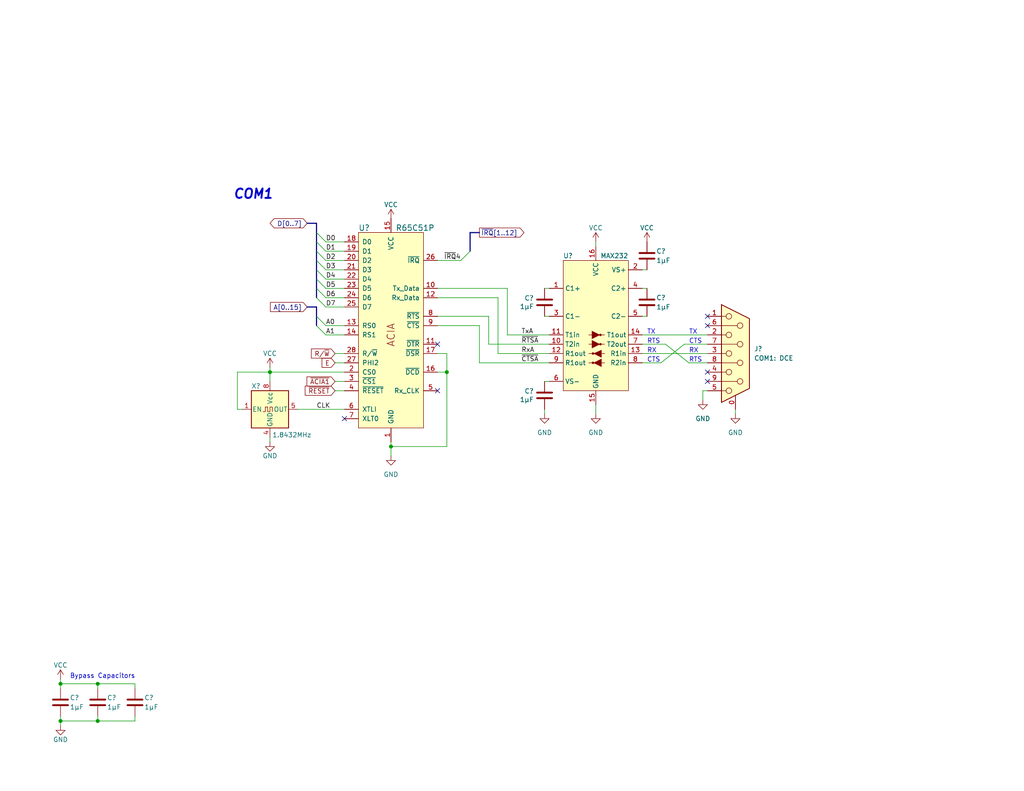
<source format=kicad_sch>
(kicad_sch (version 20230121) (generator eeschema)
  (paper "USLetter")
  (title_block (title "Asynchronous Communication Interface Adapter (ACIA USB)") (date "2024-01-16") (rev "1.0") (company "Frédéric Segard") (comment 1 "MicroHobbyist's Retro Homebrew Computers") (comment 2 "microhobbyist.com"))
  (lib_symbols
    (symbol "0_Library:MAX232"
      (property "Reference" "U" (at -7.62 0 0))
      (property "Value" "MAX232" (at 1.27 0 0))
      (symbol "MAX232_0_1"
        (rectangle (start -8.89 -1.27) (end 8.89 -36.83) (stroke (width 0.1524)) (fill (type background)))
        (circle (center -0.762 -29.21) (radius 0.254) (stroke (width 0.1524)) (fill (type outline)))
        (circle (center -0.762 -26.67) (radius 0.254) (stroke (width 0.1524)) (fill (type outline)))
        (polyline (pts (xy -1.016 -24.13) (xy -1.905 -24.13)) (stroke (width 0.1524)))
        (polyline (pts (xy -1.016 -21.59) (xy -1.905 -21.59)) (stroke (width 0.1524)))
        (polyline (pts (xy -0.508 -29.21) (xy -1.905 -29.21)) (stroke (width 0.1524)))
        (polyline (pts (xy -0.508 -26.67) (xy -1.905 -26.67)) (stroke (width 0.1524)))
        (polyline (pts (xy 1.016 -24.13) (xy 2.413 -24.13)) (stroke (width 0.1524)))
        (polyline (pts (xy 1.016 -21.59) (xy 2.413 -21.59)) (stroke (width 0.1524)))
        (polyline (pts (xy 1.524 -29.21) (xy 2.413 -29.21)) (stroke (width 0.1524)))
        (polyline (pts (xy 1.524 -26.67) (xy 2.413 -26.67)) (stroke (width 0.1524)))
        (polyline (pts (xy -1.016 -23.114) (xy 1.016 -24.13) (xy -1.016 -25.146) (xy -1.016 -23.114)) (stroke (width 0.1524)) (fill (type outline)))
        (polyline (pts (xy -1.016 -20.574) (xy -1.016 -22.606) (xy 1.016 -21.59) (xy -1.016 -20.574)) (stroke (width 0.1524)) (fill (type outline)))
        (polyline (pts (xy 1.524 -28.194) (xy 1.524 -30.226) (xy -0.508 -29.21) (xy 1.524 -28.194)) (stroke (width 0.1524)) (fill (type outline)))
        (polyline (pts (xy 1.524 -25.781) (xy 1.524 -27.686) (xy -0.508 -26.67) (xy 1.524 -25.781)) (stroke (width 0.1524)) (fill (type outline)))
        (circle (center 1.27 -24.13) (radius 0.254) (stroke (width 0.1524)) (fill (type outline)))
        (circle (center 1.27 -21.59) (radius 0.254) (stroke (width 0.1524)) (fill (type outline)))
      )
      (symbol "MAX232_1_1"
        (pin passive line (at -12.7 -8.89 0) (length 3.81) (name "C1+") (number "1"))
        (pin input line (at -12.7 -24.13 0) (length 3.81) (name "T2in") (number "10"))
        (pin input line (at -12.7 -21.59 0) (length 3.81) (name "T1in") (number "11"))
        (pin output line (at -12.7 -26.67 0) (length 3.81) (name "R1out") (number "12"))
        (pin input line (at 12.7 -26.67 180) (length 3.81) (name "R1in") (number "13"))
        (pin output line (at 12.7 -21.59 180) (length 3.81) (name "T1out") (number "14"))
        (pin power_in line (at 0 -40.64 90) (length 3.81) (name "GND") (number "15"))
        (pin power_in line (at 0 2.54 270) (length 3.81) (name "VCC") (number "16"))
        (pin power_out line (at 12.7 -3.81 180) (length 3.81) (name "VS+") (number "2"))
        (pin passive line (at -12.7 -16.51 0) (length 3.81) (name "C1-") (number "3"))
        (pin passive line (at 12.7 -8.89 180) (length 3.81) (name "C2+") (number "4"))
        (pin passive line (at 12.7 -16.51 180) (length 3.81) (name "C2-") (number "5"))
        (pin power_out line (at -12.7 -34.29 0) (length 3.81) (name "VS-") (number "6"))
        (pin output line (at 12.7 -24.13 180) (length 3.81) (name "T2out") (number "7"))
        (pin input line (at 12.7 -29.21 180) (length 3.81) (name "R2in") (number "8"))
        (pin output line (at -12.7 -29.21 0) (length 3.81) (name "R1out") (number "9"))
      )
    )
    (symbol "0_Library:R65C51" (pin_names (offset 1.016))
      (property "Reference" "U" (at -8.89 19.05 0))
      (property "Value" "R65C51P" (at 1.27 19.05 0))
      (symbol "R65C51_0_1"
        (rectangle (start -8.89 17.78) (end 8.89 -35.56) (fill (type background)))
      )
      (symbol "R65C51_1_0"
        (text "ACIA" (at 0 -10.16 900) (effects (font (size 2 2))))
      )
      (symbol "R65C51_1_1"
        (pin power_in line (at 0 -39.37 90) (length 3.81) (name "GND") (number "1"))
        (pin output line (at 12.7 2.54 180) (length 3.81) (name "Tx_Data") (number "10"))
        (pin output line (at 12.7 -12.7 180) (length 3.81) (name "~{DTR}") (number "11"))
        (pin input line (at 12.7 0 180) (length 3.81) (name "Rx_Data") (number "12"))
        (pin input line (at -12.7 -7.62 0) (length 3.81) (name "RS0") (number "13"))
        (pin input line (at -12.7 -10.16 0) (length 3.81) (name "RS1") (number "14"))
        (pin power_in line (at 0 21.59 270) (length 3.81) (name "VCC") (number "15"))
        (pin input line (at 12.7 -20.32 180) (length 3.81) (name "~{DCD}") (number "16"))
        (pin input line (at 12.7 -15.24 180) (length 3.81) (name "~{DSR}") (number "17"))
        (pin bidirectional line (at -12.7 15.24 0) (length 3.81) (name "D0") (number "18"))
        (pin bidirectional line (at -12.7 12.7 0) (length 3.81) (name "D1") (number "19"))
        (pin input line (at -12.7 -20.32 0) (length 3.81) (name "CS0") (number "2"))
        (pin bidirectional line (at -12.7 10.16 0) (length 3.81) (name "D2") (number "20"))
        (pin bidirectional line (at -12.7 7.62 0) (length 3.81) (name "D3") (number "21"))
        (pin bidirectional line (at -12.7 5.08 0) (length 3.81) (name "D4") (number "22"))
        (pin bidirectional line (at -12.7 2.54 0) (length 3.81) (name "D5") (number "23"))
        (pin bidirectional line (at -12.7 0 0) (length 3.81) (name "D6") (number "24"))
        (pin bidirectional line (at -12.7 -2.54 0) (length 3.81) (name "D7") (number "25"))
        (pin output line (at 12.7 10.16 180) (length 3.81) (name "~{IRQ}") (number "26"))
        (pin input line (at -12.7 -17.78 0) (length 3.81) (name "PHI2") (number "27"))
        (pin input line (at -12.7 -15.24 0) (length 3.81) (name "R/~{W}") (number "28"))
        (pin input line (at -12.7 -22.86 0) (length 3.81) (name "~{CS1}") (number "3"))
        (pin input line (at -12.7 -25.4 0) (length 3.81) (name "~{RESET}") (number "4"))
        (pin bidirectional line (at 12.7 -25.4 180) (length 3.81) (name "Rx_CLK") (number "5"))
        (pin input line (at -12.7 -30.48 0) (length 3.81) (name "XTLI") (number "6"))
        (pin input line (at -12.7 -33.02 0) (length 3.81) (name "XLT0") (number "7"))
        (pin output line (at 12.7 -5.08 180) (length 3.81) (name "~{RTS}") (number "8"))
        (pin input line (at 12.7 -7.62 180) (length 3.81) (name "~{CTS}") (number "9"))
      )
    )
    (symbol "Connector:DE9_Receptacle_MountingHoles" (pin_names (offset 1.016) hide)
      (property "Reference" "J" (at 0 16.51 0))
      (property "Value" "DE9_Receptacle_MountingHoles" (at 0 14.605 0))
      (symbol "DE9_Receptacle_MountingHoles_0_1"
        (circle (center -1.778 -10.16) (radius 0.762))
        (circle (center -1.778 -5.08) (radius 0.762))
        (circle (center -1.778 0) (radius 0.762))
        (circle (center -1.778 5.08) (radius 0.762))
        (circle (center -1.778 10.16) (radius 0.762))
        (polyline (pts (xy -3.81 -10.16) (xy -2.54 -10.16)))
        (polyline (pts (xy -3.81 -7.62) (xy 0.508 -7.62)))
        (polyline (pts (xy -3.81 -5.08) (xy -2.54 -5.08)))
        (polyline (pts (xy -3.81 -2.54) (xy 0.508 -2.54)))
        (polyline (pts (xy -3.81 0) (xy -2.54 0)))
        (polyline (pts (xy -3.81 2.54) (xy 0.508 2.54)))
        (polyline (pts (xy -3.81 5.08) (xy -2.54 5.08)))
        (polyline (pts (xy -3.81 7.62) (xy 0.508 7.62)))
        (polyline (pts (xy -3.81 10.16) (xy -2.54 10.16)))
        (polyline (pts (xy -3.81 13.335) (xy -3.81 -13.335) (xy 3.81 -9.525) (xy 3.81 9.525) (xy -3.81 13.335)) (stroke (width 0.254)) (fill (type background)))
        (circle (center 1.27 -7.62) (radius 0.762))
        (circle (center 1.27 -2.54) (radius 0.762))
        (circle (center 1.27 2.54) (radius 0.762))
        (circle (center 1.27 7.62) (radius 0.762))
      )
      (symbol "DE9_Receptacle_MountingHoles_1_1"
        (pin passive line (at 0 -15.24 90) (length 3.81) (name "PAD") (number "0"))
        (pin passive line (at -7.62 10.16 0) (length 3.81) (name "1") (number "1"))
        (pin passive line (at -7.62 5.08 0) (length 3.81) (name "2") (number "2"))
        (pin passive line (at -7.62 0 0) (length 3.81) (name "3") (number "3"))
        (pin passive line (at -7.62 -5.08 0) (length 3.81) (name "4") (number "4"))
        (pin passive line (at -7.62 -10.16 0) (length 3.81) (name "5") (number "5"))
        (pin passive line (at -7.62 7.62 0) (length 3.81) (name "6") (number "6"))
        (pin passive line (at -7.62 2.54 0) (length 3.81) (name "7") (number "7"))
        (pin passive line (at -7.62 -2.54 0) (length 3.81) (name "8") (number "8"))
        (pin passive line (at -7.62 -7.62 0) (length 3.81) (name "9") (number "9"))
      )
    )
    (symbol "Device:C" (pin_numbers hide) (pin_names (offset 0.254))
      (property "Reference" "C" (at 0.635 2.54 0))
      (property "Value" "C" (at 0.635 -2.54 0))
      (symbol "C_0_1"
        (polyline (pts (xy -2.032 -0.762) (xy 2.032 -0.762)) (stroke (width 0.508)))
        (polyline (pts (xy -2.032 0.762) (xy 2.032 0.762)) (stroke (width 0.508)))
      )
      (symbol "C_1_1"
        (pin passive line (at 0 3.81 270) (length 2.794) (name "~") (number "1"))
        (pin passive line (at 0 -3.81 90) (length 2.794) (name "~") (number "2"))
      )
    )
    (symbol "GND_1" (power) (pin_names (offset 0))
      (property "Value" "GND_1" (at 0 -3.81 0))
      (symbol "GND_1_0_1"
        (polyline (pts (xy 0 0) (xy 0 -1.27) (xy 1.27 -1.27) (xy 0 -2.54) (xy -1.27 -1.27) (xy 0 -1.27)))
      )
      (symbol "GND_1_1_1"
        (pin power_in line (at 0 0 270) (length 0) hide (name "GND") (number "1"))
      )
    )
    (symbol "Oscillator:CXO_DIP8" (pin_names (offset 0.254))
      (property "Reference" "X" (at -5.08 6.35 0))
      (property "Value" "CXO_DIP8" (at 1.27 -6.35 0))
      (symbol "CXO_DIP8_0_1"
        (rectangle (start -5.08 5.08) (end 5.08 -5.08) (stroke (width 0.254)) (fill (type background)))
        (polyline (pts (xy -1.905 -0.635) (xy -1.27 -0.635) (xy -1.27 0.635) (xy -0.635 0.635) (xy -0.635 -0.635) (xy 0 -0.635) (xy 0 0.635) (xy 0.635 0.635) (xy 0.635 -0.635)))
      )
      (symbol "CXO_DIP8_1_1"
        (pin input line (at -7.62 0 0) (length 2.54) (name "EN") (number "1"))
        (pin power_in line (at 0 -7.62 90) (length 2.54) (name "GND") (number "4"))
        (pin output line (at 7.62 0 180) (length 2.54) (name "OUT") (number "5"))
        (pin power_in line (at 0 7.62 270) (length 2.54) (name "Vcc") (number "8"))
      )
    )
    (symbol "power:GND" (power) (pin_names (offset 0))
      (property "Value" "GND" (at 0 -3.81 0))
      (symbol "GND_0_1"
        (polyline (pts (xy 0 0) (xy 0 -1.27) (xy 1.27 -1.27) (xy 0 -2.54) (xy -1.27 -1.27) (xy 0 -1.27)))
      )
      (symbol "GND_1_1"
        (pin power_in line (at 0 0 270) (length 0) hide (name "GND") (number "1"))
      )
    )
    (symbol "power:VCC" (power) (pin_names (offset 0))
      (property "Value" "VCC" (at 0 3.81 0))
      (symbol "VCC_0_1"
        (polyline (pts (xy -0.762 1.27) (xy 0 2.54)))
        (polyline (pts (xy 0 0) (xy 0 2.54)))
        (polyline (pts (xy 0 2.54) (xy 0.762 1.27)))
      )
      (symbol "VCC_1_1"
        (pin power_in line (at 0 0 90) (length 0) hide (name "VCC") (number "1"))
      )
    )
  )
  (junction (at 106.68 121.92))
  (junction (at 26.67 196.85))
  (junction (at 26.67 186.69))
  (junction (at 121.92 101.6))
  (junction (at 73.66 101.6))
  (junction (at 16.51 196.85))
  (junction (at 16.51 186.69))
  (no_connect (at 193.04 104.14))
  (no_connect (at 193.04 86.36))
  (no_connect (at 193.04 88.9))
  (no_connect (at 93.98 114.3))
  (no_connect (at 119.38 93.98))
  (no_connect (at 119.38 106.68))
  (no_connect (at 193.04 101.6))
  (bus_entry (at 86.36 78.74) (size 2.54 2.54))
  (bus_entry (at 86.36 88.9) (size 2.54 2.54))
  (bus_entry (at 86.36 76.2) (size 2.54 2.54))
  (bus_entry (at 125.73 71.12) (size 2.54 -2.54))
  (bus_entry (at 86.36 81.28) (size 2.54 2.54))
  (bus_entry (at 86.36 66.04) (size 2.54 2.54))
  (bus_entry (at 86.36 73.66) (size 2.54 2.54))
  (bus_entry (at 86.36 68.58) (size 2.54 2.54))
  (bus_entry (at 86.36 63.5) (size 2.54 2.54))
  (bus_entry (at 86.36 71.12) (size 2.54 2.54))
  (bus_entry (at 86.36 86.36) (size 2.54 2.54))
  (wire (pts (xy 88.9 78.74) (xy 93.98 78.74)))
  (wire (pts (xy 64.77 111.76) (xy 64.77 101.6)))
  (wire (pts (xy 175.26 99.06) (xy 180.34 99.06)))
  (wire (pts (xy 106.68 121.92) (xy 106.68 124.46)))
  (wire (pts (xy 148.59 111.76) (xy 148.59 113.03)))
  (wire (pts (xy 36.83 195.58) (xy 36.83 196.85)))
  (wire (pts (xy 175.26 91.44) (xy 193.04 91.44)))
  (bus (pts (xy 86.36 66.04) (xy 86.36 63.5)))
  (wire (pts (xy 121.92 96.52) (xy 119.38 96.52)))
  (wire (pts (xy 26.67 195.58) (xy 26.67 196.85)))
  (wire (pts (xy 81.28 111.76) (xy 93.98 111.76)))
  (wire (pts (xy 193.04 99.06) (xy 187.96 99.06)))
  (bus (pts (xy 83.82 60.96) (xy 86.36 60.96)))
  (bus (pts (xy 86.36 78.74) (xy 86.36 76.2)))
  (wire (pts (xy 88.9 68.58) (xy 93.98 68.58)))
  (bus (pts (xy 86.36 68.58) (xy 86.36 66.04)))
  (wire (pts (xy 148.59 78.74) (xy 149.86 78.74)))
  (wire (pts (xy 36.83 186.69) (xy 36.83 187.96)))
  (wire (pts (xy 16.51 186.69) (xy 16.51 187.96)))
  (bus (pts (xy 86.36 86.36) (xy 86.36 88.9)))
  (bus (pts (xy 86.36 81.28) (xy 86.36 78.74)))
  (wire (pts (xy 91.44 106.68) (xy 93.98 106.68)))
  (wire (pts (xy 16.51 185.42) (xy 16.51 186.69)))
  (wire (pts (xy 133.35 93.98) (xy 133.35 86.36)))
  (wire (pts (xy 106.68 121.92) (xy 106.68 120.65)))
  (bus (pts (xy 128.27 68.58) (xy 128.27 63.5)))
  (wire (pts (xy 16.51 186.69) (xy 26.67 186.69)))
  (wire (pts (xy 88.9 66.04) (xy 93.98 66.04)))
  (wire (pts (xy 135.89 96.52) (xy 135.89 81.28)))
  (wire (pts (xy 121.92 121.92) (xy 106.68 121.92)))
  (wire (pts (xy 121.92 101.6) (xy 121.92 96.52)))
  (wire (pts (xy 175.26 93.98) (xy 181.61 93.98)))
  (wire (pts (xy 187.96 99.06) (xy 181.61 93.98)))
  (wire (pts (xy 88.9 71.12) (xy 93.98 71.12)))
  (wire (pts (xy 149.86 99.06) (xy 130.81 99.06)))
  (wire (pts (xy 66.04 111.76) (xy 64.77 111.76)))
  (wire (pts (xy 88.9 73.66) (xy 93.98 73.66)))
  (wire (pts (xy 149.86 93.98) (xy 133.35 93.98)))
  (wire (pts (xy 175.26 86.36) (xy 176.53 86.36)))
  (wire (pts (xy 148.59 86.36) (xy 149.86 86.36)))
  (wire (pts (xy 149.86 96.52) (xy 135.89 96.52)))
  (wire (pts (xy 26.67 196.85) (xy 36.83 196.85)))
  (wire (pts (xy 73.66 101.6) (xy 93.98 101.6)))
  (wire (pts (xy 73.66 101.6) (xy 73.66 104.14)))
  (wire (pts (xy 88.9 81.28) (xy 93.98 81.28)))
  (wire (pts (xy 88.9 91.44) (xy 93.98 91.44)))
  (bus (pts (xy 86.36 76.2) (xy 86.36 73.66)))
  (wire (pts (xy 133.35 86.36) (xy 119.38 86.36)))
  (wire (pts (xy 191.77 106.68) (xy 191.77 109.22)))
  (wire (pts (xy 121.92 101.6) (xy 121.92 121.92)))
  (wire (pts (xy 175.26 78.74) (xy 176.53 78.74)))
  (bus (pts (xy 86.36 73.66) (xy 86.36 71.12)))
  (wire (pts (xy 73.66 100.33) (xy 73.66 101.6)))
  (wire (pts (xy 180.34 99.06) (xy 186.69 93.98)))
  (wire (pts (xy 26.67 186.69) (xy 26.67 187.96)))
  (wire (pts (xy 91.44 96.52) (xy 93.98 96.52)))
  (wire (pts (xy 162.56 113.03) (xy 162.56 110.49)))
  (wire (pts (xy 88.9 88.9) (xy 93.98 88.9)))
  (bus (pts (xy 86.36 63.5) (xy 86.36 60.96)))
  (wire (pts (xy 119.38 101.6) (xy 121.92 101.6)))
  (bus (pts (xy 128.27 63.5) (xy 130.81 63.5)))
  (wire (pts (xy 175.26 73.66) (xy 176.53 73.66)))
  (wire (pts (xy 119.38 78.74) (xy 138.43 78.74)))
  (wire (pts (xy 193.04 106.68) (xy 191.77 106.68)))
  (wire (pts (xy 138.43 91.44) (xy 138.43 78.74)))
  (wire (pts (xy 26.67 186.69) (xy 36.83 186.69)))
  (wire (pts (xy 88.9 83.82) (xy 93.98 83.82)))
  (wire (pts (xy 91.44 104.14) (xy 93.98 104.14)))
  (wire (pts (xy 16.51 196.85) (xy 26.67 196.85)))
  (wire (pts (xy 64.77 101.6) (xy 73.66 101.6)))
  (bus (pts (xy 86.36 86.36) (xy 86.36 83.82)))
  (wire (pts (xy 186.69 93.98) (xy 193.04 93.98)))
  (wire (pts (xy 16.51 196.85) (xy 16.51 198.12)))
  (wire (pts (xy 130.81 99.06) (xy 130.81 88.9)))
  (wire (pts (xy 16.51 195.58) (xy 16.51 196.85)))
  (wire (pts (xy 91.44 99.06) (xy 93.98 99.06)))
  (wire (pts (xy 162.56 66.04) (xy 162.56 67.31)))
  (wire (pts (xy 175.26 96.52) (xy 193.04 96.52)))
  (wire (pts (xy 148.59 104.14) (xy 149.86 104.14)))
  (wire (pts (xy 119.38 71.12) (xy 125.73 71.12)))
  (wire (pts (xy 200.66 111.76) (xy 200.66 113.03)))
  (wire (pts (xy 73.66 120.65) (xy 73.66 119.38)))
  (wire (pts (xy 149.86 91.44) (xy 138.43 91.44)))
  (wire (pts (xy 135.89 81.28) (xy 119.38 81.28)))
  (wire (pts (xy 130.81 88.9) (xy 119.38 88.9)))
  (wire (pts (xy 88.9 76.2) (xy 93.98 76.2)))
  (bus (pts (xy 86.36 71.12) (xy 86.36 68.58)))
  (bus (pts (xy 83.82 83.82) (xy 86.36 83.82)))
  (text "RX" (at 176.53 96.52 0) (effects (font (size 1.27 1.27)) (justify left bottom)))
  (text "Bypass Capacitors" (at 19.05 185.42 0) (effects (font (size 1.27 1.27)) (justify left bottom)))
  (text "RTS" (at 176.53 93.98 0) (effects (font (size 1.27 1.27)) (justify left bottom)))
  (text "TX" (at 187.96 91.44 0) (effects (font (size 1.27 1.27)) (justify left bottom)))
  (text "RTS" (at 187.96 99.06 0) (effects (font (size 1.27 1.27)) (justify left bottom)))
  (text "CTS" (at 176.53 99.06 0) (effects (font (size 1.27 1.27)) (justify left bottom)))
  (text "TX" (at 176.53 91.44 0) (effects (font (size 1.27 1.27)) (justify left bottom)))
  (text "RX" (at 187.96 96.52 0) (effects (font (size 1.27 1.27)) (justify left bottom)))
  (text "COM1" (at 63.5 54.61 0) (effects (font (size 2.54 2.54) (thickness 0.508) bold italic) (justify left bottom)))
  (text "CTS" (at 187.96 93.98 0) (effects (font (size 1.27 1.27)) (justify left bottom)))
  (label "A1" (at 88.9 91.44 0))
  (label "~{CTSA}" (at 142.24 99.06 0))
  (label "D6" (at 88.9 81.28 0))
  (label "RxA" (at 142.24 96.52 0))
  (label "TxA" (at 142.24 91.44 0))
  (label "D3" (at 88.9 73.66 0))
  (label "D5" (at 88.9 78.74 0))
  (label "A0" (at 88.9 88.9 0))
  (label "D4" (at 88.9 76.2 0))
  (label "D1" (at 88.9 68.58 0))
  (label "D0" (at 88.9 66.04 0))
  (label "D2" (at 88.9 71.12 0))
  (label "~{IRQ}4" (at 125.73 71.12 180))
  (label "~{RTSA}" (at 142.24 93.98 0))
  (label "D7" (at 88.9 83.82 0))
  (label "CLK" (at 86.36 111.76 0))
  (global_label "D[0..7]" (shape bidirectional) (at 83.82 60.96 180) (property "Intersheetrefs" "${INTERSHEET_REFS}" (effects hide)))
  (global_label "E" (shape input) (at 91.44 99.06 180) (property "Intersheetrefs" "${INTERSHEET_REFS}" (effects hide)))
  (global_label "~{ACIA1}" (shape input) (at 91.44 104.14 180) (property "Intersheetrefs" "${INTERSHEET_REFS}" (effects hide)))
  (global_label "~{RESET}" (shape input) (at 91.44 106.68 180) (property "Intersheetrefs" "${INTERSHEET_REFS}" (effects hide)))
  (global_label "A[0..15]" (shape input) (at 83.82 83.82 180) (property "Intersheetrefs" "${INTERSHEET_REFS}" (effects hide)))
  (global_label "R{slash}~{W}" (shape input) (at 91.44 96.52 180) (property "Intersheetrefs" "${INTERSHEET_REFS}" (effects hide)))
  (global_label "~{IRQ}[1..12]" (shape output) (at 130.81 63.5 0) (property "Intersheetrefs" "${INTERSHEET_REFS}" (effects hide)))
  (symbol (lib_id "power:GND") (at 106.68 124.46 0) (unit 1)
    (property "Reference" "#PWR?" (effects hide))
    (property "Value" "GND" (at 106.68 129.54 0))
    (instances (project "Ep6 - Memory Management Unit (MMU)" (path "" (reference "#PWR?") (unit 1)) (path "" (reference "#PWR063") (unit 1))))
  )
  (symbol (lib_id "Device:C") (at 176.53 69.85 0) (unit 1)
    (property "Reference" "C?" (at 179.07 68.58 0) (effects (justify left)))
    (property "Value" "1µF" (at 179.07 71.12 0) (effects (justify left)))
    (property "Footprint" "Capacitor_THT:C_Disc_D3.0mm_W1.6mm_P2.50mm" (effects hide))
    (instances (project "4 - Quad serial" (path "" (reference "C?") (unit 1))) (project "Ep6 - Memory Management Unit (MMU)" (path "" (reference "C24") (unit 1))))
  )
  (symbol (lib_id "0_Library:R65C51") (at 106.68 81.28 0) (unit 1)
    (property "Reference" "U?" (at 97.79 62.23 0) (effects (font (size 1.524 1.524)) (justify left)))
    (property "Value" "R65C51P" (at 107.95 62.23 0) (effects (font (size 1.524 1.524)) (justify left)))
    (property "Footprint" "Package_DIP:DIP-28_W15.24mm_Socket" (effects hide))
    (instances (project "Ep6 - Memory Management Unit (MMU)" (path "" (reference "U?") (unit 1)) (path "" (reference "U14") (unit 1))))
  )
  (symbol (lib_id "power:VCC") (at 73.66 100.33 0) (unit 1)
    (property "Reference" "#PWR?" (effects hide))
    (property "Value" "VCC" (at 73.66 96.52 0))
    (instances (project "Ep6 - Memory Management Unit (MMU)" (path "" (reference "#PWR?") (unit 1)) (path "" (reference "#PWR?") (unit 1)) (path "" (reference "#PWR060") (unit 1))))
  )
  (symbol (lib_id "power:GND") (at 73.66 120.65 0) (unit 1)
    (property "Reference" "#PWR?" (effects hide))
    (property "Value" "GND" (at 73.66 124.46 0))
    (instances (project "Ep6 - Memory Management Unit (MMU)" (path "" (reference "#PWR?") (unit 1)) (path "" (reference "#PWR?") (unit 1)) (path "" (reference "#PWR061") (unit 1))))
  )
  (symbol (lib_id "power:VCC") (at 176.53 66.04 0) (unit 1)
    (property "Reference" "#PWR?" (effects hide))
    (property "Value" "VCC" (at 176.53 62.23 0))
    (instances (project "Ep6 - Memory Management Unit (MMU)" (path "" (reference "#PWR?") (unit 1)) (path "" (reference "#PWR067") (unit 1))))
  )
  (symbol (lib_name "GND_1") (lib_id "power:GND") (at 191.77 109.22 0) (unit 1)
    (property "Reference" "#PWR?" (effects hide))
    (property "Value" "GND" (at 191.77 114.3 0))
    (instances (project "4 - Quad serial" (path "" (reference "#PWR?") (unit 1)) (path "" (reference "#PWR?") (unit 1))) (project "Ep6 - Memory Management Unit (MMU)" (path "" (reference "#PWR068") (unit 1))))
  )
  (symbol (lib_id "Device:C") (at 16.51 191.77 0) (unit 1)
    (property "Reference" "C?" (at 19.05 190.5 0) (effects (justify left)))
    (property "Value" "1µF" (at 19.05 193.04 0) (effects (justify left)))
    (property "Footprint" "Capacitor_THT:C_Disc_D3.0mm_W1.6mm_P2.50mm" (effects hide))
    (instances (project "Ep6 - Memory Management Unit (MMU)" (path "" (reference "C?") (unit 1)) (path "" (reference "C?") (unit 1)) (path "" (reference "C?") (unit 1)) (path "" (reference "C19") (unit 1))))
  )
  (symbol (lib_id "Device:C") (at 148.59 107.95 0) (mirror y) (unit 1)
    (property "Reference" "C?" (at 145.669 106.7816 0) (effects (justify left)))
    (property "Value" "1µF" (at 145.669 109.093 0) (effects (justify left)))
    (property "Footprint" "Capacitor_THT:C_Disc_D3.0mm_W1.6mm_P2.50mm" (effects hide))
    (instances (project "4 - Quad serial" (path "" (reference "C?") (unit 1))) (project "Ep6 - Memory Management Unit (MMU)" (path "" (reference "C23") (unit 1))))
  )
  (symbol (lib_name "GND_1") (lib_id "power:GND") (at 162.56 113.03 0) (unit 1)
    (property "Reference" "#PWR?" (effects hide))
    (property "Value" "GND" (at 162.56 118.11 0))
    (instances (project "4 - Quad serial" (path "" (reference "#PWR?") (unit 1)) (path "" (reference "#PWR?") (unit 1))) (project "Ep6 - Memory Management Unit (MMU)" (path "" (reference "#PWR066") (unit 1))))
  )
  (symbol (lib_id "power:VCC") (at 106.68 59.69 0) (unit 1)
    (property "Reference" "#PWR?" (effects hide))
    (property "Value" "VCC" (at 106.68 55.88 0))
    (instances (project "Ep6 - Memory Management Unit (MMU)" (path "" (reference "#PWR?") (unit 1)) (path "" (reference "#PWR062") (unit 1))))
  )
  (symbol (lib_id "power:VCC") (at 16.51 185.42 0) (unit 1)
    (property "Reference" "#PWR?" (effects hide))
    (property "Value" "VCC" (at 16.51 181.61 0))
    (instances (project "Ep6 - Memory Management Unit (MMU)" (path "" (reference "#PWR?") (unit 1)) (path "" (reference "#PWR?") (unit 1)) (path "" (reference "#PWR?") (unit 1)) (path "" (reference "#PWR058") (unit 1))))
  )
  (symbol (lib_id "Device:C") (at 176.53 82.55 0) (unit 1)
    (property "Reference" "C?" (at 179.07 81.28 0) (effects (justify left)))
    (property "Value" "1µF" (at 179.07 83.82 0) (effects (justify left)))
    (property "Footprint" "Capacitor_THT:C_Disc_D3.0mm_W1.6mm_P2.50mm" (effects hide))
    (instances (project "4 - Quad serial" (path "" (reference "C?") (unit 1))) (project "Ep6 - Memory Management Unit (MMU)" (path "" (reference "C25") (unit 1))))
  )
  (symbol (lib_name "GND_1") (lib_id "power:GND") (at 148.59 113.03 0) (unit 1)
    (property "Reference" "#PWR?" (effects hide))
    (property "Value" "GND" (at 148.59 118.11 0))
    (instances (project "4 - Quad serial" (path "" (reference "#PWR?") (unit 1)) (path "" (reference "#PWR?") (unit 1))) (project "Ep6 - Memory Management Unit (MMU)" (path "" (reference "#PWR064") (unit 1))))
  )
  (symbol (lib_id "Device:C") (at 36.83 191.77 0) (unit 1)
    (property "Reference" "C?" (at 39.37 190.5 0) (effects (justify left)))
    (property "Value" "1µF" (at 39.37 193.04 0) (effects (justify left)))
    (property "Footprint" "Capacitor_THT:C_Disc_D3.0mm_W1.6mm_P2.50mm" (effects hide))
    (instances (project "Ep6 - Memory Management Unit (MMU)" (path "" (reference "C?") (unit 1)) (path "" (reference "C?") (unit 1)) (path "" (reference "C?") (unit 1)) (path "" (reference "C21") (unit 1))))
  )
  (symbol (lib_id "power:VCC") (at 162.56 66.04 0) (unit 1)
    (property "Reference" "#PWR?" (effects hide))
    (property "Value" "VCC" (at 162.56 62.23 0))
    (instances (project "Ep6 - Memory Management Unit (MMU)" (path "" (reference "#PWR?") (unit 1)) (path "" (reference "#PWR065") (unit 1))))
  )
  (symbol (lib_id "0_Library:MAX232") (at 162.56 69.85 0) (unit 1)
    (property "Reference" "U?" (at 153.67 69.85 0) (effects (justify left)))
    (property "Value" "MAX232" (at 163.83 69.85 0) (effects (justify left)))
    (property "Footprint" "Package_DIP:DIP-16_W7.62mm_Socket" (effects hide))
    (property "Datasheet" "http://www.ti.com/lit/ds/symlink/max232.pdf" (effects hide))
    (instances (project "4 - Quad serial" (path "" (reference "U?") (unit 1))) (project "Ep6 - Memory Management Unit (MMU)" (path "" (reference "U15") (unit 1))))
  )
  (symbol (lib_id "power:GND") (at 16.51 198.12 0) (unit 1)
    (property "Reference" "#PWR?" (effects hide))
    (property "Value" "GND" (at 16.51 201.93 0))
    (instances (project "Ep6 - Memory Management Unit (MMU)" (path "" (reference "#PWR?") (unit 1)) (path "" (reference "#PWR?") (unit 1)) (path "" (reference "#PWR?") (unit 1)) (path "" (reference "#PWR059") (unit 1))))
  )
  (symbol (lib_id "Device:C") (at 26.67 191.77 0) (unit 1)
    (property "Reference" "C?" (at 29.21 190.5 0) (effects (justify left)))
    (property "Value" "1µF" (at 29.21 193.04 0) (effects (justify left)))
    (property "Footprint" "Capacitor_THT:C_Disc_D3.0mm_W1.6mm_P2.50mm" (effects hide))
    (instances (project "Ep6 - Memory Management Unit (MMU)" (path "" (reference "C?") (unit 1)) (path "" (reference "C?") (unit 1)) (path "" (reference "C?") (unit 1)) (path "" (reference "C20") (unit 1))))
  )
  (symbol (lib_id "Device:C") (at 148.59 82.55 0) (mirror y) (unit 1)
    (property "Reference" "C?" (at 145.669 81.3816 0) (effects (justify left)))
    (property "Value" "1µF" (at 145.669 83.693 0) (effects (justify left)))
    (property "Footprint" "Capacitor_THT:C_Disc_D3.0mm_W1.6mm_P2.50mm" (effects hide))
    (instances (project "4 - Quad serial" (path "" (reference "C?") (unit 1))) (project "Ep6 - Memory Management Unit (MMU)" (path "" (reference "C22") (unit 1))))
  )
  (symbol (lib_id "Connector:DE9_Receptacle_MountingHoles") (at 200.66 96.52 0) (unit 1)
    (property "Reference" "J?" (at 205.74 95.25 0) (effects (justify left)))
    (property "Value" "COM1: DCE" (at 205.74 97.79 0) (effects (justify left)))
    (property "Footprint" "Connector_Dsub:DSUB-9_Female_Horizontal_P2.77x2.84mm_EdgePinOffset4.94mm_Housed_MountingHolesOffset7.48mm" (effects hide))
    (property "Datasheet" " ~" (effects hide))
    (instances (project "4 - Quad serial" (path "" (reference "J?") (unit 1))) (project "Ep6 - Memory Management Unit (MMU)" (path "" (reference "J2") (unit 1))))
  )
  (symbol (lib_name "GND_1") (lib_id "power:GND") (at 200.66 113.03 0) (unit 1)
    (property "Reference" "#PWR?" (effects hide))
    (property "Value" "GND" (at 200.66 118.11 0))
    (instances (project "4 - Quad serial" (path "" (reference "#PWR?") (unit 1)) (path "" (reference "#PWR?") (unit 1))) (project "Ep6 - Memory Management Unit (MMU)" (path "" (reference "#PWR069") (unit 1))))
  )
  (symbol (lib_id "Oscillator:CXO_DIP8") (at 73.66 111.76 0) (unit 1)
    (property "Reference" "X?" (at 69.85 105.41 0))
    (property "Value" "1.8432MHz" (at 74.295 118.745 0) (effects (justify left)))
    (property "Footprint" "Oscillator:Oscillator_DIP-8" (effects hide))
    (property "Datasheet" "http://cdn-reichelt.de/documents/datenblatt/B400/OSZI.pdf" (effects hide))
    (instances (project "Ep6 - Memory Management Unit (MMU)" (path "" (reference "X?") (unit 1)) (path "" (reference "X?") (unit 1)) (path "" (reference "X2") (unit 1))))
  )
)
</source>
